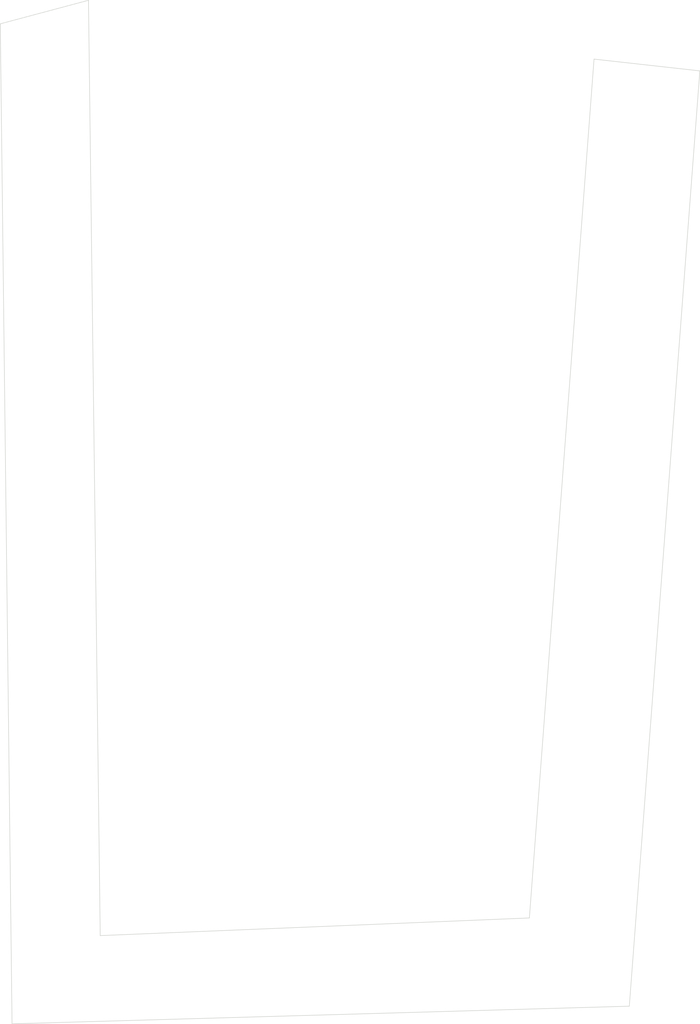
<source format=kicad_pcb>
(kicad_pcb (version 20221018) (generator pcbnew)

  (general
    (thickness 1.6)
  )

  (paper "A4")
  (layers
    (0 "F.Cu" signal)
    (31 "B.Cu" signal)
    (32 "B.Adhes" user "B.Adhesive")
    (33 "F.Adhes" user "F.Adhesive")
    (34 "B.Paste" user)
    (35 "F.Paste" user)
    (36 "B.SilkS" user "B.Silkscreen")
    (37 "F.SilkS" user "F.Silkscreen")
    (38 "B.Mask" user)
    (39 "F.Mask" user)
    (40 "Dwgs.User" user "User.Drawings")
    (41 "Cmts.User" user "User.Comments")
    (42 "Eco1.User" user "User.Eco1")
    (43 "Eco2.User" user "User.Eco2")
    (44 "Edge.Cuts" user)
    (45 "Margin" user)
    (46 "B.CrtYd" user "B.Courtyard")
    (47 "F.CrtYd" user "F.Courtyard")
    (48 "B.Fab" user)
    (49 "F.Fab" user)
    (50 "User.1" user)
    (51 "User.2" user)
    (52 "User.3" user)
    (53 "User.4" user)
    (54 "User.5" user)
    (55 "User.6" user)
    (56 "User.7" user)
    (57 "User.8" user)
    (58 "User.9" user)
  )

  (setup
    (stackup
      (layer "F.SilkS" (type "Top Silk Screen"))
      (layer "F.Paste" (type "Top Solder Paste"))
      (layer "F.Mask" (type "Top Solder Mask") (thickness 0.01))
      (layer "F.Cu" (type "copper") (thickness 0.035))
      (layer "dielectric 1" (type "core") (thickness 1.51) (material "FR4") (epsilon_r 4.5) (loss_tangent 0.02))
      (layer "B.Cu" (type "copper") (thickness 0.035))
      (layer "B.Mask" (type "Bottom Solder Mask") (thickness 0.01))
      (layer "B.Paste" (type "Bottom Solder Paste"))
      (layer "B.SilkS" (type "Bottom Silk Screen"))
      (copper_finish "None")
      (dielectric_constraints no)
    )
    (pad_to_mask_clearance 0)
    (pcbplotparams
      (layerselection 0x00010fc_ffffffff)
      (plot_on_all_layers_selection 0x0000000_00000000)
      (disableapertmacros false)
      (usegerberextensions false)
      (usegerberattributes true)
      (usegerberadvancedattributes true)
      (creategerberjobfile true)
      (dashed_line_dash_ratio 12.000000)
      (dashed_line_gap_ratio 3.000000)
      (svgprecision 4)
      (plotframeref false)
      (viasonmask false)
      (mode 1)
      (useauxorigin false)
      (hpglpennumber 1)
      (hpglpenspeed 20)
      (hpglpendiameter 15.000000)
      (dxfpolygonmode true)
      (dxfimperialunits true)
      (dxfusepcbnewfont true)
      (psnegative false)
      (psa4output false)
      (plotreference true)
      (plotvalue true)
      (plotinvisibletext false)
      (sketchpadsonfab false)
      (subtractmaskfromsilk false)
      (outputformat 1)
      (mirror false)
      (drillshape 1)
      (scaleselection 1)
      (outputdirectory "")
    )
  )

  (net 0 "")

  (gr_line (start 0.499965 2.483117) (end 1.499965 87.483117)
    (stroke (width 0.05) (type default)) (layer "Edge.Cuts") (tstamp 4882c1df-16ba-4df9-abba-292f625eec3a))
  (gr_line (start 45.499965 78.483117) (end 8.999965 79.983117)
    (stroke (width 0.05) (type default)) (layer "Edge.Cuts") (tstamp 52685063-18e0-449f-a826-e73f25258ca9))
  (gr_line (start 50.999965 5.483117) (end 45.499965 78.483117)
    (stroke (width 0.05) (type default)) (layer "Edge.Cuts") (tstamp 61ad1ed9-4ebe-4759-94bf-6a9d2bd8468e))
  (gr_line (start 8.999965 79.983117) (end 7.999965 0.483117)
    (stroke (width 0.05) (type default)) (layer "Edge.Cuts") (tstamp 7530ea21-ba1e-4d07-9a34-5354929aee06))
  (gr_line (start 53.999965 85.983117) (end 59.999965 6.483117)
    (stroke (width 0.05) (type default)) (layer "Edge.Cuts") (tstamp 77db93cd-6b86-46d7-8dfc-13e04bb73f6e))
  (gr_line (start 1.499965 87.483117) (end 53.999965 85.983117)
    (stroke (width 0.05) (type default)) (layer "Edge.Cuts") (tstamp 8c48e6ff-20d4-4a39-9531-0ecc89fe9d86))
  (gr_line (start 59.999965 6.483117) (end 50.999965 5.483117)
    (stroke (width 0.05) (type default)) (layer "Edge.Cuts") (tstamp 9ae3a60a-9ce9-438a-9608-3226a444febe))
  (gr_line (start 7.999965 0.483117) (end 0.499965 2.483117)
    (stroke (width 0.05) (type default)) (layer "Edge.Cuts") (tstamp d586bb68-6727-47f1-89cb-554be5a35fb0))

)

</source>
